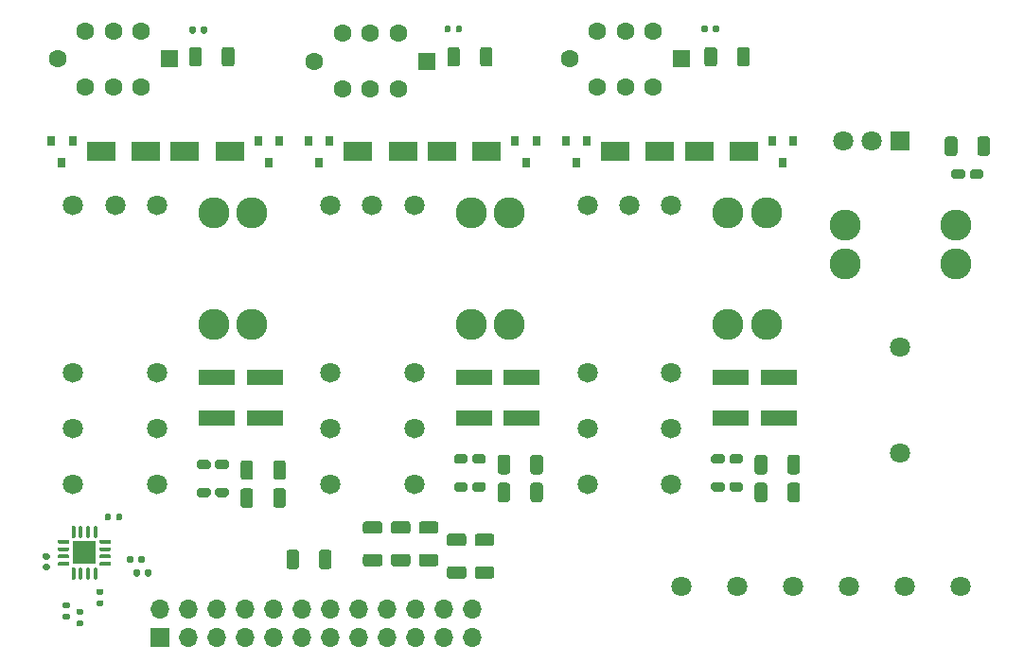
<source format=gbr>
%TF.GenerationSoftware,KiCad,Pcbnew,(5.1.9-0-10_14)*%
%TF.CreationDate,2021-04-23T09:03:30-07:00*%
%TF.ProjectId,thundipiswitch2,7468756e-6469-4706-9973-776974636832,rev?*%
%TF.SameCoordinates,Original*%
%TF.FileFunction,Soldermask,Top*%
%TF.FilePolarity,Negative*%
%FSLAX46Y46*%
G04 Gerber Fmt 4.6, Leading zero omitted, Abs format (unit mm)*
G04 Created by KiCad (PCBNEW (5.1.9-0-10_14)) date 2021-04-23 09:03:30*
%MOMM*%
%LPD*%
G01*
G04 APERTURE LIST*
%ADD10C,1.600000*%
%ADD11R,1.600000X1.600000*%
%ADD12O,1.700000X1.700000*%
%ADD13R,1.700000X1.700000*%
%ADD14R,3.300000X1.400000*%
%ADD15R,2.100000X2.100000*%
%ADD16R,1.800000X1.800000*%
%ADD17C,1.800000*%
%ADD18R,0.800000X0.900000*%
%ADD19C,1.808000*%
%ADD20C,1.803400*%
%ADD21C,2.780000*%
%ADD22R,2.500000X1.800000*%
G04 APERTURE END LIST*
%TO.C,R28*%
G36*
G01*
X143000000Y-107625001D02*
X143000000Y-106374999D01*
G75*
G02*
X143249999Y-106125000I249999J0D01*
G01*
X143875001Y-106125000D01*
G75*
G02*
X144125000Y-106374999I0J-249999D01*
G01*
X144125000Y-107625001D01*
G75*
G02*
X143875001Y-107875000I-249999J0D01*
G01*
X143249999Y-107875000D01*
G75*
G02*
X143000000Y-107625001I0J249999D01*
G01*
G37*
G36*
G01*
X140075000Y-107625001D02*
X140075000Y-106374999D01*
G75*
G02*
X140324999Y-106125000I249999J0D01*
G01*
X140950001Y-106125000D01*
G75*
G02*
X141200000Y-106374999I0J-249999D01*
G01*
X141200000Y-107625001D01*
G75*
G02*
X140950001Y-107875000I-249999J0D01*
G01*
X140324999Y-107875000D01*
G75*
G02*
X140075000Y-107625001I0J249999D01*
G01*
G37*
%TD*%
%TO.C,R27*%
G36*
G01*
X149674999Y-106500000D02*
X150925001Y-106500000D01*
G75*
G02*
X151175000Y-106749999I0J-249999D01*
G01*
X151175000Y-107375001D01*
G75*
G02*
X150925001Y-107625000I-249999J0D01*
G01*
X149674999Y-107625000D01*
G75*
G02*
X149425000Y-107375001I0J249999D01*
G01*
X149425000Y-106749999D01*
G75*
G02*
X149674999Y-106500000I249999J0D01*
G01*
G37*
G36*
G01*
X149674999Y-103575000D02*
X150925001Y-103575000D01*
G75*
G02*
X151175000Y-103824999I0J-249999D01*
G01*
X151175000Y-104450001D01*
G75*
G02*
X150925001Y-104700000I-249999J0D01*
G01*
X149674999Y-104700000D01*
G75*
G02*
X149425000Y-104450001I0J249999D01*
G01*
X149425000Y-103824999D01*
G75*
G02*
X149674999Y-103575000I249999J0D01*
G01*
G37*
%TD*%
%TO.C,R26*%
G36*
G01*
X154674999Y-107600000D02*
X155925001Y-107600000D01*
G75*
G02*
X156175000Y-107849999I0J-249999D01*
G01*
X156175000Y-108475001D01*
G75*
G02*
X155925001Y-108725000I-249999J0D01*
G01*
X154674999Y-108725000D01*
G75*
G02*
X154425000Y-108475001I0J249999D01*
G01*
X154425000Y-107849999D01*
G75*
G02*
X154674999Y-107600000I249999J0D01*
G01*
G37*
G36*
G01*
X154674999Y-104675000D02*
X155925001Y-104675000D01*
G75*
G02*
X156175000Y-104924999I0J-249999D01*
G01*
X156175000Y-105550001D01*
G75*
G02*
X155925001Y-105800000I-249999J0D01*
G01*
X154674999Y-105800000D01*
G75*
G02*
X154425000Y-105550001I0J249999D01*
G01*
X154425000Y-104924999D01*
G75*
G02*
X154674999Y-104675000I249999J0D01*
G01*
G37*
%TD*%
%TO.C,R25*%
G36*
G01*
X158425001Y-105800000D02*
X157174999Y-105800000D01*
G75*
G02*
X156925000Y-105550001I0J249999D01*
G01*
X156925000Y-104924999D01*
G75*
G02*
X157174999Y-104675000I249999J0D01*
G01*
X158425001Y-104675000D01*
G75*
G02*
X158675000Y-104924999I0J-249999D01*
G01*
X158675000Y-105550001D01*
G75*
G02*
X158425001Y-105800000I-249999J0D01*
G01*
G37*
G36*
G01*
X158425001Y-108725000D02*
X157174999Y-108725000D01*
G75*
G02*
X156925000Y-108475001I0J249999D01*
G01*
X156925000Y-107849999D01*
G75*
G02*
X157174999Y-107600000I249999J0D01*
G01*
X158425001Y-107600000D01*
G75*
G02*
X158675000Y-107849999I0J-249999D01*
G01*
X158675000Y-108475001D01*
G75*
G02*
X158425001Y-108725000I-249999J0D01*
G01*
G37*
%TD*%
%TO.C,R24*%
G36*
G01*
X153425001Y-104700000D02*
X152174999Y-104700000D01*
G75*
G02*
X151925000Y-104450001I0J249999D01*
G01*
X151925000Y-103824999D01*
G75*
G02*
X152174999Y-103575000I249999J0D01*
G01*
X153425001Y-103575000D01*
G75*
G02*
X153675000Y-103824999I0J-249999D01*
G01*
X153675000Y-104450001D01*
G75*
G02*
X153425001Y-104700000I-249999J0D01*
G01*
G37*
G36*
G01*
X153425001Y-107625000D02*
X152174999Y-107625000D01*
G75*
G02*
X151925000Y-107375001I0J249999D01*
G01*
X151925000Y-106749999D01*
G75*
G02*
X152174999Y-106500000I249999J0D01*
G01*
X153425001Y-106500000D01*
G75*
G02*
X153675000Y-106749999I0J-249999D01*
G01*
X153675000Y-107375001D01*
G75*
G02*
X153425001Y-107625000I-249999J0D01*
G01*
G37*
%TD*%
%TO.C,R23*%
G36*
G01*
X148425001Y-104700000D02*
X147174999Y-104700000D01*
G75*
G02*
X146925000Y-104450001I0J249999D01*
G01*
X146925000Y-103824999D01*
G75*
G02*
X147174999Y-103575000I249999J0D01*
G01*
X148425001Y-103575000D01*
G75*
G02*
X148675000Y-103824999I0J-249999D01*
G01*
X148675000Y-104450001D01*
G75*
G02*
X148425001Y-104700000I-249999J0D01*
G01*
G37*
G36*
G01*
X148425001Y-107625000D02*
X147174999Y-107625000D01*
G75*
G02*
X146925000Y-107375001I0J249999D01*
G01*
X146925000Y-106749999D01*
G75*
G02*
X147174999Y-106500000I249999J0D01*
G01*
X148425001Y-106500000D01*
G75*
G02*
X148675000Y-106749999I0J-249999D01*
G01*
X148675000Y-107375001D01*
G75*
G02*
X148425001Y-107625000I-249999J0D01*
G01*
G37*
%TD*%
D10*
%TO.C,S2*%
X127100000Y-59700000D03*
X124600000Y-59700000D03*
X122100000Y-59700000D03*
X127100000Y-64700000D03*
X124600000Y-64700000D03*
X122100000Y-64700000D03*
D11*
X129600000Y-62200000D03*
D10*
X119600000Y-62200000D03*
%TD*%
%TO.C,S1*%
X150100000Y-59900000D03*
X147600000Y-59900000D03*
X145100000Y-59900000D03*
X150100000Y-64900000D03*
X147600000Y-64900000D03*
X145100000Y-64900000D03*
D11*
X152600000Y-62400000D03*
D10*
X142600000Y-62400000D03*
%TD*%
%TO.C,S3*%
X172900000Y-59700000D03*
X170400000Y-59700000D03*
X167900000Y-59700000D03*
X172900000Y-64700000D03*
X170400000Y-64700000D03*
X167900000Y-64700000D03*
D11*
X175400000Y-62200000D03*
D10*
X165400000Y-62200000D03*
%TD*%
D12*
%TO.C,J2*%
X156740000Y-111460000D03*
X156740000Y-114000000D03*
X154200000Y-111460000D03*
X154200000Y-114000000D03*
X151660000Y-111460000D03*
X151660000Y-114000000D03*
X149120000Y-111460000D03*
X149120000Y-114000000D03*
X146580000Y-111460000D03*
X146580000Y-114000000D03*
X144040000Y-111460000D03*
X144040000Y-114000000D03*
X141500000Y-111460000D03*
X141500000Y-114000000D03*
X138960000Y-111460000D03*
X138960000Y-114000000D03*
X136420000Y-111460000D03*
X136420000Y-114000000D03*
X133880000Y-111460000D03*
X133880000Y-114000000D03*
X131340000Y-111460000D03*
X131340000Y-114000000D03*
X128800000Y-111460000D03*
D13*
X128800000Y-114000000D03*
%TD*%
D14*
%TO.C,R3*%
X179850000Y-94300000D03*
X179850000Y-90700000D03*
X184150000Y-94300000D03*
X184150000Y-90700000D03*
%TD*%
%TO.C,R2*%
X156850000Y-94300000D03*
X156850000Y-90700000D03*
X161150000Y-94300000D03*
X161150000Y-90700000D03*
%TD*%
%TO.C,R1*%
X133850000Y-94300000D03*
X133850000Y-90700000D03*
X138150000Y-94300000D03*
X138150000Y-90700000D03*
%TD*%
%TO.C,C1*%
G36*
G01*
X118430000Y-107400000D02*
X118770000Y-107400000D01*
G75*
G02*
X118910000Y-107540000I0J-140000D01*
G01*
X118910000Y-107820000D01*
G75*
G02*
X118770000Y-107960000I-140000J0D01*
G01*
X118430000Y-107960000D01*
G75*
G02*
X118290000Y-107820000I0J140000D01*
G01*
X118290000Y-107540000D01*
G75*
G02*
X118430000Y-107400000I140000J0D01*
G01*
G37*
G36*
G01*
X118430000Y-106440000D02*
X118770000Y-106440000D01*
G75*
G02*
X118910000Y-106580000I0J-140000D01*
G01*
X118910000Y-106860000D01*
G75*
G02*
X118770000Y-107000000I-140000J0D01*
G01*
X118430000Y-107000000D01*
G75*
G02*
X118290000Y-106860000I0J140000D01*
G01*
X118290000Y-106580000D01*
G75*
G02*
X118430000Y-106440000I140000J0D01*
G01*
G37*
%TD*%
D15*
%TO.C,U2*%
X122000000Y-106400000D03*
G36*
G01*
X120850000Y-104962500D02*
X120850000Y-104112500D01*
G75*
G02*
X120937500Y-104025000I87500J0D01*
G01*
X121112500Y-104025000D01*
G75*
G02*
X121200000Y-104112500I0J-87500D01*
G01*
X121200000Y-104962500D01*
G75*
G02*
X121112500Y-105050000I-87500J0D01*
G01*
X120937500Y-105050000D01*
G75*
G02*
X120850000Y-104962500I0J87500D01*
G01*
G37*
G36*
G01*
X121500000Y-104962500D02*
X121500000Y-104112500D01*
G75*
G02*
X121587500Y-104025000I87500J0D01*
G01*
X121762500Y-104025000D01*
G75*
G02*
X121850000Y-104112500I0J-87500D01*
G01*
X121850000Y-104962500D01*
G75*
G02*
X121762500Y-105050000I-87500J0D01*
G01*
X121587500Y-105050000D01*
G75*
G02*
X121500000Y-104962500I0J87500D01*
G01*
G37*
G36*
G01*
X122150000Y-104962500D02*
X122150000Y-104112500D01*
G75*
G02*
X122237500Y-104025000I87500J0D01*
G01*
X122412500Y-104025000D01*
G75*
G02*
X122500000Y-104112500I0J-87500D01*
G01*
X122500000Y-104962500D01*
G75*
G02*
X122412500Y-105050000I-87500J0D01*
G01*
X122237500Y-105050000D01*
G75*
G02*
X122150000Y-104962500I0J87500D01*
G01*
G37*
G36*
G01*
X122800000Y-104962500D02*
X122800000Y-104112500D01*
G75*
G02*
X122887500Y-104025000I87500J0D01*
G01*
X123062500Y-104025000D01*
G75*
G02*
X123150000Y-104112500I0J-87500D01*
G01*
X123150000Y-104962500D01*
G75*
G02*
X123062500Y-105050000I-87500J0D01*
G01*
X122887500Y-105050000D01*
G75*
G02*
X122800000Y-104962500I0J87500D01*
G01*
G37*
G36*
G01*
X123350000Y-105512500D02*
X123350000Y-105337500D01*
G75*
G02*
X123437500Y-105250000I87500J0D01*
G01*
X124287500Y-105250000D01*
G75*
G02*
X124375000Y-105337500I0J-87500D01*
G01*
X124375000Y-105512500D01*
G75*
G02*
X124287500Y-105600000I-87500J0D01*
G01*
X123437500Y-105600000D01*
G75*
G02*
X123350000Y-105512500I0J87500D01*
G01*
G37*
G36*
G01*
X123350000Y-106162500D02*
X123350000Y-105987500D01*
G75*
G02*
X123437500Y-105900000I87500J0D01*
G01*
X124287500Y-105900000D01*
G75*
G02*
X124375000Y-105987500I0J-87500D01*
G01*
X124375000Y-106162500D01*
G75*
G02*
X124287500Y-106250000I-87500J0D01*
G01*
X123437500Y-106250000D01*
G75*
G02*
X123350000Y-106162500I0J87500D01*
G01*
G37*
G36*
G01*
X123350000Y-106812500D02*
X123350000Y-106637500D01*
G75*
G02*
X123437500Y-106550000I87500J0D01*
G01*
X124287500Y-106550000D01*
G75*
G02*
X124375000Y-106637500I0J-87500D01*
G01*
X124375000Y-106812500D01*
G75*
G02*
X124287500Y-106900000I-87500J0D01*
G01*
X123437500Y-106900000D01*
G75*
G02*
X123350000Y-106812500I0J87500D01*
G01*
G37*
G36*
G01*
X123350000Y-107462500D02*
X123350000Y-107287500D01*
G75*
G02*
X123437500Y-107200000I87500J0D01*
G01*
X124287500Y-107200000D01*
G75*
G02*
X124375000Y-107287500I0J-87500D01*
G01*
X124375000Y-107462500D01*
G75*
G02*
X124287500Y-107550000I-87500J0D01*
G01*
X123437500Y-107550000D01*
G75*
G02*
X123350000Y-107462500I0J87500D01*
G01*
G37*
G36*
G01*
X122800000Y-108687500D02*
X122800000Y-107837500D01*
G75*
G02*
X122887500Y-107750000I87500J0D01*
G01*
X123062500Y-107750000D01*
G75*
G02*
X123150000Y-107837500I0J-87500D01*
G01*
X123150000Y-108687500D01*
G75*
G02*
X123062500Y-108775000I-87500J0D01*
G01*
X122887500Y-108775000D01*
G75*
G02*
X122800000Y-108687500I0J87500D01*
G01*
G37*
G36*
G01*
X122150000Y-108687500D02*
X122150000Y-107837500D01*
G75*
G02*
X122237500Y-107750000I87500J0D01*
G01*
X122412500Y-107750000D01*
G75*
G02*
X122500000Y-107837500I0J-87500D01*
G01*
X122500000Y-108687500D01*
G75*
G02*
X122412500Y-108775000I-87500J0D01*
G01*
X122237500Y-108775000D01*
G75*
G02*
X122150000Y-108687500I0J87500D01*
G01*
G37*
G36*
G01*
X121500000Y-108687500D02*
X121500000Y-107837500D01*
G75*
G02*
X121587500Y-107750000I87500J0D01*
G01*
X121762500Y-107750000D01*
G75*
G02*
X121850000Y-107837500I0J-87500D01*
G01*
X121850000Y-108687500D01*
G75*
G02*
X121762500Y-108775000I-87500J0D01*
G01*
X121587500Y-108775000D01*
G75*
G02*
X121500000Y-108687500I0J87500D01*
G01*
G37*
G36*
G01*
X120850000Y-108687500D02*
X120850000Y-107837500D01*
G75*
G02*
X120937500Y-107750000I87500J0D01*
G01*
X121112500Y-107750000D01*
G75*
G02*
X121200000Y-107837500I0J-87500D01*
G01*
X121200000Y-108687500D01*
G75*
G02*
X121112500Y-108775000I-87500J0D01*
G01*
X120937500Y-108775000D01*
G75*
G02*
X120850000Y-108687500I0J87500D01*
G01*
G37*
G36*
G01*
X119625000Y-107462500D02*
X119625000Y-107287500D01*
G75*
G02*
X119712500Y-107200000I87500J0D01*
G01*
X120562500Y-107200000D01*
G75*
G02*
X120650000Y-107287500I0J-87500D01*
G01*
X120650000Y-107462500D01*
G75*
G02*
X120562500Y-107550000I-87500J0D01*
G01*
X119712500Y-107550000D01*
G75*
G02*
X119625000Y-107462500I0J87500D01*
G01*
G37*
G36*
G01*
X119625000Y-106812500D02*
X119625000Y-106637500D01*
G75*
G02*
X119712500Y-106550000I87500J0D01*
G01*
X120562500Y-106550000D01*
G75*
G02*
X120650000Y-106637500I0J-87500D01*
G01*
X120650000Y-106812500D01*
G75*
G02*
X120562500Y-106900000I-87500J0D01*
G01*
X119712500Y-106900000D01*
G75*
G02*
X119625000Y-106812500I0J87500D01*
G01*
G37*
G36*
G01*
X119625000Y-106162500D02*
X119625000Y-105987500D01*
G75*
G02*
X119712500Y-105900000I87500J0D01*
G01*
X120562500Y-105900000D01*
G75*
G02*
X120650000Y-105987500I0J-87500D01*
G01*
X120650000Y-106162500D01*
G75*
G02*
X120562500Y-106250000I-87500J0D01*
G01*
X119712500Y-106250000D01*
G75*
G02*
X119625000Y-106162500I0J87500D01*
G01*
G37*
G36*
G01*
X119625000Y-105512500D02*
X119625000Y-105337500D01*
G75*
G02*
X119712500Y-105250000I87500J0D01*
G01*
X120562500Y-105250000D01*
G75*
G02*
X120650000Y-105337500I0J-87500D01*
G01*
X120650000Y-105512500D01*
G75*
G02*
X120562500Y-105600000I-87500J0D01*
G01*
X119712500Y-105600000D01*
G75*
G02*
X119625000Y-105512500I0J87500D01*
G01*
G37*
%TD*%
D16*
%TO.C,U1*%
X195000000Y-69500000D03*
D17*
X192460000Y-69500000D03*
X189920000Y-69500000D03*
%TD*%
%TO.C,R22*%
G36*
G01*
X183100000Y-100374999D02*
X183100000Y-101625001D01*
G75*
G02*
X182850001Y-101875000I-249999J0D01*
G01*
X182224999Y-101875000D01*
G75*
G02*
X181975000Y-101625001I0J249999D01*
G01*
X181975000Y-100374999D01*
G75*
G02*
X182224999Y-100125000I249999J0D01*
G01*
X182850001Y-100125000D01*
G75*
G02*
X183100000Y-100374999I0J-249999D01*
G01*
G37*
G36*
G01*
X186025000Y-100374999D02*
X186025000Y-101625001D01*
G75*
G02*
X185775001Y-101875000I-249999J0D01*
G01*
X185149999Y-101875000D01*
G75*
G02*
X184900000Y-101625001I0J249999D01*
G01*
X184900000Y-100374999D01*
G75*
G02*
X185149999Y-100125000I249999J0D01*
G01*
X185775001Y-100125000D01*
G75*
G02*
X186025000Y-100374999I0J-249999D01*
G01*
G37*
%TD*%
%TO.C,R21*%
G36*
G01*
X183100000Y-97874999D02*
X183100000Y-99125001D01*
G75*
G02*
X182850001Y-99375000I-249999J0D01*
G01*
X182224999Y-99375000D01*
G75*
G02*
X181975000Y-99125001I0J249999D01*
G01*
X181975000Y-97874999D01*
G75*
G02*
X182224999Y-97625000I249999J0D01*
G01*
X182850001Y-97625000D01*
G75*
G02*
X183100000Y-97874999I0J-249999D01*
G01*
G37*
G36*
G01*
X186025000Y-97874999D02*
X186025000Y-99125001D01*
G75*
G02*
X185775001Y-99375000I-249999J0D01*
G01*
X185149999Y-99375000D01*
G75*
G02*
X184900000Y-99125001I0J249999D01*
G01*
X184900000Y-97874999D01*
G75*
G02*
X185149999Y-97625000I249999J0D01*
G01*
X185775001Y-97625000D01*
G75*
G02*
X186025000Y-97874999I0J-249999D01*
G01*
G37*
%TD*%
%TO.C,R20*%
G36*
G01*
X160100000Y-100374999D02*
X160100000Y-101625001D01*
G75*
G02*
X159850001Y-101875000I-249999J0D01*
G01*
X159224999Y-101875000D01*
G75*
G02*
X158975000Y-101625001I0J249999D01*
G01*
X158975000Y-100374999D01*
G75*
G02*
X159224999Y-100125000I249999J0D01*
G01*
X159850001Y-100125000D01*
G75*
G02*
X160100000Y-100374999I0J-249999D01*
G01*
G37*
G36*
G01*
X163025000Y-100374999D02*
X163025000Y-101625001D01*
G75*
G02*
X162775001Y-101875000I-249999J0D01*
G01*
X162149999Y-101875000D01*
G75*
G02*
X161900000Y-101625001I0J249999D01*
G01*
X161900000Y-100374999D01*
G75*
G02*
X162149999Y-100125000I249999J0D01*
G01*
X162775001Y-100125000D01*
G75*
G02*
X163025000Y-100374999I0J-249999D01*
G01*
G37*
%TD*%
%TO.C,R19*%
G36*
G01*
X160100000Y-97874999D02*
X160100000Y-99125001D01*
G75*
G02*
X159850001Y-99375000I-249999J0D01*
G01*
X159224999Y-99375000D01*
G75*
G02*
X158975000Y-99125001I0J249999D01*
G01*
X158975000Y-97874999D01*
G75*
G02*
X159224999Y-97625000I249999J0D01*
G01*
X159850001Y-97625000D01*
G75*
G02*
X160100000Y-97874999I0J-249999D01*
G01*
G37*
G36*
G01*
X163025000Y-97874999D02*
X163025000Y-99125001D01*
G75*
G02*
X162775001Y-99375000I-249999J0D01*
G01*
X162149999Y-99375000D01*
G75*
G02*
X161900000Y-99125001I0J249999D01*
G01*
X161900000Y-97874999D01*
G75*
G02*
X162149999Y-97625000I249999J0D01*
G01*
X162775001Y-97625000D01*
G75*
G02*
X163025000Y-97874999I0J-249999D01*
G01*
G37*
%TD*%
%TO.C,R18*%
G36*
G01*
X137100000Y-100874999D02*
X137100000Y-102125001D01*
G75*
G02*
X136850001Y-102375000I-249999J0D01*
G01*
X136224999Y-102375000D01*
G75*
G02*
X135975000Y-102125001I0J249999D01*
G01*
X135975000Y-100874999D01*
G75*
G02*
X136224999Y-100625000I249999J0D01*
G01*
X136850001Y-100625000D01*
G75*
G02*
X137100000Y-100874999I0J-249999D01*
G01*
G37*
G36*
G01*
X140025000Y-100874999D02*
X140025000Y-102125001D01*
G75*
G02*
X139775001Y-102375000I-249999J0D01*
G01*
X139149999Y-102375000D01*
G75*
G02*
X138900000Y-102125001I0J249999D01*
G01*
X138900000Y-100874999D01*
G75*
G02*
X139149999Y-100625000I249999J0D01*
G01*
X139775001Y-100625000D01*
G75*
G02*
X140025000Y-100874999I0J-249999D01*
G01*
G37*
%TD*%
%TO.C,R17*%
G36*
G01*
X137100000Y-98374999D02*
X137100000Y-99625001D01*
G75*
G02*
X136850001Y-99875000I-249999J0D01*
G01*
X136224999Y-99875000D01*
G75*
G02*
X135975000Y-99625001I0J249999D01*
G01*
X135975000Y-98374999D01*
G75*
G02*
X136224999Y-98125000I249999J0D01*
G01*
X136850001Y-98125000D01*
G75*
G02*
X137100000Y-98374999I0J-249999D01*
G01*
G37*
G36*
G01*
X140025000Y-98374999D02*
X140025000Y-99625001D01*
G75*
G02*
X139775001Y-99875000I-249999J0D01*
G01*
X139149999Y-99875000D01*
G75*
G02*
X138900000Y-99625001I0J249999D01*
G01*
X138900000Y-98374999D01*
G75*
G02*
X139149999Y-98125000I249999J0D01*
G01*
X139775001Y-98125000D01*
G75*
G02*
X140025000Y-98374999I0J-249999D01*
G01*
G37*
%TD*%
%TO.C,R16*%
G36*
G01*
X201900000Y-70625001D02*
X201900000Y-69374999D01*
G75*
G02*
X202149999Y-69125000I249999J0D01*
G01*
X202775001Y-69125000D01*
G75*
G02*
X203025000Y-69374999I0J-249999D01*
G01*
X203025000Y-70625001D01*
G75*
G02*
X202775001Y-70875000I-249999J0D01*
G01*
X202149999Y-70875000D01*
G75*
G02*
X201900000Y-70625001I0J249999D01*
G01*
G37*
G36*
G01*
X198975000Y-70625001D02*
X198975000Y-69374999D01*
G75*
G02*
X199224999Y-69125000I249999J0D01*
G01*
X199850001Y-69125000D01*
G75*
G02*
X200100000Y-69374999I0J-249999D01*
G01*
X200100000Y-70625001D01*
G75*
G02*
X199850001Y-70875000I-249999J0D01*
G01*
X199224999Y-70875000D01*
G75*
G02*
X198975000Y-70625001I0J249999D01*
G01*
G37*
%TD*%
%TO.C,R15*%
G36*
G01*
X154760000Y-59315000D02*
X154760000Y-59685000D01*
G75*
G02*
X154625000Y-59820000I-135000J0D01*
G01*
X154355000Y-59820000D01*
G75*
G02*
X154220000Y-59685000I0J135000D01*
G01*
X154220000Y-59315000D01*
G75*
G02*
X154355000Y-59180000I135000J0D01*
G01*
X154625000Y-59180000D01*
G75*
G02*
X154760000Y-59315000I0J-135000D01*
G01*
G37*
G36*
G01*
X155780000Y-59315000D02*
X155780000Y-59685000D01*
G75*
G02*
X155645000Y-59820000I-135000J0D01*
G01*
X155375000Y-59820000D01*
G75*
G02*
X155240000Y-59685000I0J135000D01*
G01*
X155240000Y-59315000D01*
G75*
G02*
X155375000Y-59180000I135000J0D01*
G01*
X155645000Y-59180000D01*
G75*
G02*
X155780000Y-59315000I0J-135000D01*
G01*
G37*
%TD*%
%TO.C,R14*%
G36*
G01*
X177760000Y-59315000D02*
X177760000Y-59685000D01*
G75*
G02*
X177625000Y-59820000I-135000J0D01*
G01*
X177355000Y-59820000D01*
G75*
G02*
X177220000Y-59685000I0J135000D01*
G01*
X177220000Y-59315000D01*
G75*
G02*
X177355000Y-59180000I135000J0D01*
G01*
X177625000Y-59180000D01*
G75*
G02*
X177760000Y-59315000I0J-135000D01*
G01*
G37*
G36*
G01*
X178780000Y-59315000D02*
X178780000Y-59685000D01*
G75*
G02*
X178645000Y-59820000I-135000J0D01*
G01*
X178375000Y-59820000D01*
G75*
G02*
X178240000Y-59685000I0J135000D01*
G01*
X178240000Y-59315000D01*
G75*
G02*
X178375000Y-59180000I135000J0D01*
G01*
X178645000Y-59180000D01*
G75*
G02*
X178780000Y-59315000I0J-135000D01*
G01*
G37*
%TD*%
%TO.C,R13*%
G36*
G01*
X131960000Y-59415000D02*
X131960000Y-59785000D01*
G75*
G02*
X131825000Y-59920000I-135000J0D01*
G01*
X131555000Y-59920000D01*
G75*
G02*
X131420000Y-59785000I0J135000D01*
G01*
X131420000Y-59415000D01*
G75*
G02*
X131555000Y-59280000I135000J0D01*
G01*
X131825000Y-59280000D01*
G75*
G02*
X131960000Y-59415000I0J-135000D01*
G01*
G37*
G36*
G01*
X132980000Y-59415000D02*
X132980000Y-59785000D01*
G75*
G02*
X132845000Y-59920000I-135000J0D01*
G01*
X132575000Y-59920000D01*
G75*
G02*
X132440000Y-59785000I0J135000D01*
G01*
X132440000Y-59415000D01*
G75*
G02*
X132575000Y-59280000I135000J0D01*
G01*
X132845000Y-59280000D01*
G75*
G02*
X132980000Y-59415000I0J-135000D01*
G01*
G37*
%TD*%
%TO.C,R12*%
G36*
G01*
X178600000Y-61374999D02*
X178600000Y-62625001D01*
G75*
G02*
X178350001Y-62875000I-249999J0D01*
G01*
X177724999Y-62875000D01*
G75*
G02*
X177475000Y-62625001I0J249999D01*
G01*
X177475000Y-61374999D01*
G75*
G02*
X177724999Y-61125000I249999J0D01*
G01*
X178350001Y-61125000D01*
G75*
G02*
X178600000Y-61374999I0J-249999D01*
G01*
G37*
G36*
G01*
X181525000Y-61374999D02*
X181525000Y-62625001D01*
G75*
G02*
X181275001Y-62875000I-249999J0D01*
G01*
X180649999Y-62875000D01*
G75*
G02*
X180400000Y-62625001I0J249999D01*
G01*
X180400000Y-61374999D01*
G75*
G02*
X180649999Y-61125000I249999J0D01*
G01*
X181275001Y-61125000D01*
G75*
G02*
X181525000Y-61374999I0J-249999D01*
G01*
G37*
%TD*%
%TO.C,R11*%
G36*
G01*
X126840000Y-107185000D02*
X126840000Y-106815000D01*
G75*
G02*
X126975000Y-106680000I135000J0D01*
G01*
X127245000Y-106680000D01*
G75*
G02*
X127380000Y-106815000I0J-135000D01*
G01*
X127380000Y-107185000D01*
G75*
G02*
X127245000Y-107320000I-135000J0D01*
G01*
X126975000Y-107320000D01*
G75*
G02*
X126840000Y-107185000I0J135000D01*
G01*
G37*
G36*
G01*
X125820000Y-107185000D02*
X125820000Y-106815000D01*
G75*
G02*
X125955000Y-106680000I135000J0D01*
G01*
X126225000Y-106680000D01*
G75*
G02*
X126360000Y-106815000I0J-135000D01*
G01*
X126360000Y-107185000D01*
G75*
G02*
X126225000Y-107320000I-135000J0D01*
G01*
X125955000Y-107320000D01*
G75*
G02*
X125820000Y-107185000I0J135000D01*
G01*
G37*
%TD*%
%TO.C,R10*%
G36*
G01*
X127440000Y-108385000D02*
X127440000Y-108015000D01*
G75*
G02*
X127575000Y-107880000I135000J0D01*
G01*
X127845000Y-107880000D01*
G75*
G02*
X127980000Y-108015000I0J-135000D01*
G01*
X127980000Y-108385000D01*
G75*
G02*
X127845000Y-108520000I-135000J0D01*
G01*
X127575000Y-108520000D01*
G75*
G02*
X127440000Y-108385000I0J135000D01*
G01*
G37*
G36*
G01*
X126420000Y-108385000D02*
X126420000Y-108015000D01*
G75*
G02*
X126555000Y-107880000I135000J0D01*
G01*
X126825000Y-107880000D01*
G75*
G02*
X126960000Y-108015000I0J-135000D01*
G01*
X126960000Y-108385000D01*
G75*
G02*
X126825000Y-108520000I-135000J0D01*
G01*
X126555000Y-108520000D01*
G75*
G02*
X126420000Y-108385000I0J135000D01*
G01*
G37*
%TD*%
%TO.C,R9*%
G36*
G01*
X123215000Y-110640000D02*
X123585000Y-110640000D01*
G75*
G02*
X123720000Y-110775000I0J-135000D01*
G01*
X123720000Y-111045000D01*
G75*
G02*
X123585000Y-111180000I-135000J0D01*
G01*
X123215000Y-111180000D01*
G75*
G02*
X123080000Y-111045000I0J135000D01*
G01*
X123080000Y-110775000D01*
G75*
G02*
X123215000Y-110640000I135000J0D01*
G01*
G37*
G36*
G01*
X123215000Y-109620000D02*
X123585000Y-109620000D01*
G75*
G02*
X123720000Y-109755000I0J-135000D01*
G01*
X123720000Y-110025000D01*
G75*
G02*
X123585000Y-110160000I-135000J0D01*
G01*
X123215000Y-110160000D01*
G75*
G02*
X123080000Y-110025000I0J135000D01*
G01*
X123080000Y-109755000D01*
G75*
G02*
X123215000Y-109620000I135000J0D01*
G01*
G37*
%TD*%
%TO.C,R8*%
G36*
G01*
X132500000Y-61374999D02*
X132500000Y-62625001D01*
G75*
G02*
X132250001Y-62875000I-249999J0D01*
G01*
X131624999Y-62875000D01*
G75*
G02*
X131375000Y-62625001I0J249999D01*
G01*
X131375000Y-61374999D01*
G75*
G02*
X131624999Y-61125000I249999J0D01*
G01*
X132250001Y-61125000D01*
G75*
G02*
X132500000Y-61374999I0J-249999D01*
G01*
G37*
G36*
G01*
X135425000Y-61374999D02*
X135425000Y-62625001D01*
G75*
G02*
X135175001Y-62875000I-249999J0D01*
G01*
X134549999Y-62875000D01*
G75*
G02*
X134300000Y-62625001I0J249999D01*
G01*
X134300000Y-61374999D01*
G75*
G02*
X134549999Y-61125000I249999J0D01*
G01*
X135175001Y-61125000D01*
G75*
G02*
X135425000Y-61374999I0J-249999D01*
G01*
G37*
%TD*%
%TO.C,R7*%
G36*
G01*
X124840000Y-103385000D02*
X124840000Y-103015000D01*
G75*
G02*
X124975000Y-102880000I135000J0D01*
G01*
X125245000Y-102880000D01*
G75*
G02*
X125380000Y-103015000I0J-135000D01*
G01*
X125380000Y-103385000D01*
G75*
G02*
X125245000Y-103520000I-135000J0D01*
G01*
X124975000Y-103520000D01*
G75*
G02*
X124840000Y-103385000I0J135000D01*
G01*
G37*
G36*
G01*
X123820000Y-103385000D02*
X123820000Y-103015000D01*
G75*
G02*
X123955000Y-102880000I135000J0D01*
G01*
X124225000Y-102880000D01*
G75*
G02*
X124360000Y-103015000I0J-135000D01*
G01*
X124360000Y-103385000D01*
G75*
G02*
X124225000Y-103520000I-135000J0D01*
G01*
X123955000Y-103520000D01*
G75*
G02*
X123820000Y-103385000I0J135000D01*
G01*
G37*
%TD*%
%TO.C,R6*%
G36*
G01*
X155600000Y-61374999D02*
X155600000Y-62625001D01*
G75*
G02*
X155350001Y-62875000I-249999J0D01*
G01*
X154724999Y-62875000D01*
G75*
G02*
X154475000Y-62625001I0J249999D01*
G01*
X154475000Y-61374999D01*
G75*
G02*
X154724999Y-61125000I249999J0D01*
G01*
X155350001Y-61125000D01*
G75*
G02*
X155600000Y-61374999I0J-249999D01*
G01*
G37*
G36*
G01*
X158525000Y-61374999D02*
X158525000Y-62625001D01*
G75*
G02*
X158275001Y-62875000I-249999J0D01*
G01*
X157649999Y-62875000D01*
G75*
G02*
X157400000Y-62625001I0J249999D01*
G01*
X157400000Y-61374999D01*
G75*
G02*
X157649999Y-61125000I249999J0D01*
G01*
X158275001Y-61125000D01*
G75*
G02*
X158525000Y-61374999I0J-249999D01*
G01*
G37*
%TD*%
%TO.C,R5*%
G36*
G01*
X121415000Y-112440000D02*
X121785000Y-112440000D01*
G75*
G02*
X121920000Y-112575000I0J-135000D01*
G01*
X121920000Y-112845000D01*
G75*
G02*
X121785000Y-112980000I-135000J0D01*
G01*
X121415000Y-112980000D01*
G75*
G02*
X121280000Y-112845000I0J135000D01*
G01*
X121280000Y-112575000D01*
G75*
G02*
X121415000Y-112440000I135000J0D01*
G01*
G37*
G36*
G01*
X121415000Y-111420000D02*
X121785000Y-111420000D01*
G75*
G02*
X121920000Y-111555000I0J-135000D01*
G01*
X121920000Y-111825000D01*
G75*
G02*
X121785000Y-111960000I-135000J0D01*
G01*
X121415000Y-111960000D01*
G75*
G02*
X121280000Y-111825000I0J135000D01*
G01*
X121280000Y-111555000D01*
G75*
G02*
X121415000Y-111420000I135000J0D01*
G01*
G37*
%TD*%
%TO.C,R4*%
G36*
G01*
X120215000Y-111840000D02*
X120585000Y-111840000D01*
G75*
G02*
X120720000Y-111975000I0J-135000D01*
G01*
X120720000Y-112245000D01*
G75*
G02*
X120585000Y-112380000I-135000J0D01*
G01*
X120215000Y-112380000D01*
G75*
G02*
X120080000Y-112245000I0J135000D01*
G01*
X120080000Y-111975000D01*
G75*
G02*
X120215000Y-111840000I135000J0D01*
G01*
G37*
G36*
G01*
X120215000Y-110820000D02*
X120585000Y-110820000D01*
G75*
G02*
X120720000Y-110955000I0J-135000D01*
G01*
X120720000Y-111225000D01*
G75*
G02*
X120585000Y-111360000I-135000J0D01*
G01*
X120215000Y-111360000D01*
G75*
G02*
X120080000Y-111225000I0J135000D01*
G01*
X120080000Y-110955000D01*
G75*
G02*
X120215000Y-110820000I135000J0D01*
G01*
G37*
%TD*%
D18*
%TO.C,Q6*%
X184500000Y-71500000D03*
X183550000Y-69500000D03*
X185450000Y-69500000D03*
%TD*%
%TO.C,Q5*%
X166000000Y-71500000D03*
X165050000Y-69500000D03*
X166950000Y-69500000D03*
%TD*%
%TO.C,Q4*%
X161500000Y-71500000D03*
X160550000Y-69500000D03*
X162450000Y-69500000D03*
%TD*%
%TO.C,Q3*%
X143000000Y-71500000D03*
X142050000Y-69500000D03*
X143950000Y-69500000D03*
%TD*%
%TO.C,Q2*%
X138500000Y-71500000D03*
X137550000Y-69500000D03*
X139450000Y-69500000D03*
%TD*%
%TO.C,Q1*%
X120000000Y-71500000D03*
X119050000Y-69500000D03*
X120950000Y-69500000D03*
%TD*%
D19*
%TO.C,K3*%
X167000000Y-75300008D03*
X167000000Y-90300008D03*
X167000000Y-95300008D03*
X167000000Y-100300008D03*
X174500000Y-100300008D03*
X174500000Y-95300008D03*
X174500000Y-90300008D03*
X174500000Y-75300008D03*
X170750000Y-75300008D03*
%TD*%
%TO.C,K2*%
X144000000Y-75300008D03*
X144000000Y-90300008D03*
X144000000Y-95300008D03*
X144000000Y-100300008D03*
X151500000Y-100300008D03*
X151500000Y-95300008D03*
X151500000Y-90300008D03*
X151500000Y-75300008D03*
X147750000Y-75300008D03*
%TD*%
%TO.C,K1*%
X121000000Y-75300008D03*
X121000000Y-90300008D03*
X121000000Y-95300008D03*
X121000000Y-100300008D03*
X128500000Y-100300008D03*
X128500000Y-95300008D03*
X128500000Y-90300008D03*
X128500000Y-75300008D03*
X124750000Y-75300008D03*
%TD*%
D20*
%TO.C,J4*%
X175400000Y-109400000D03*
X180400000Y-109400000D03*
X185400000Y-109400000D03*
X190400001Y-109400000D03*
X195400001Y-109400000D03*
X200400001Y-109400000D03*
%TD*%
%TO.C,J1*%
X195000000Y-87979999D03*
X195000000Y-97500000D03*
%TD*%
D21*
%TO.C,F3*%
X179600000Y-85920000D03*
X183000000Y-85920000D03*
X179600000Y-76000000D03*
X183000000Y-76000000D03*
%TD*%
%TO.C,F2*%
X156600000Y-85920000D03*
X160000000Y-85920000D03*
X156600000Y-76000000D03*
X160000000Y-76000000D03*
%TD*%
%TO.C,F4*%
X190080000Y-77100000D03*
X190080000Y-80500000D03*
X200000000Y-77100000D03*
X200000000Y-80500000D03*
%TD*%
%TO.C,F1*%
X133600000Y-85920000D03*
X137000000Y-85920000D03*
X133600000Y-76000000D03*
X137000000Y-76000000D03*
%TD*%
%TO.C,D13*%
G36*
G01*
X179300000Y-100287500D02*
X179300000Y-100712500D01*
G75*
G02*
X179087500Y-100925000I-212500J0D01*
G01*
X178287500Y-100925000D01*
G75*
G02*
X178075000Y-100712500I0J212500D01*
G01*
X178075000Y-100287500D01*
G75*
G02*
X178287500Y-100075000I212500J0D01*
G01*
X179087500Y-100075000D01*
G75*
G02*
X179300000Y-100287500I0J-212500D01*
G01*
G37*
G36*
G01*
X180925000Y-100287500D02*
X180925000Y-100712500D01*
G75*
G02*
X180712500Y-100925000I-212500J0D01*
G01*
X179912500Y-100925000D01*
G75*
G02*
X179700000Y-100712500I0J212500D01*
G01*
X179700000Y-100287500D01*
G75*
G02*
X179912500Y-100075000I212500J0D01*
G01*
X180712500Y-100075000D01*
G75*
G02*
X180925000Y-100287500I0J-212500D01*
G01*
G37*
%TD*%
%TO.C,D12*%
G36*
G01*
X179300000Y-97787500D02*
X179300000Y-98212500D01*
G75*
G02*
X179087500Y-98425000I-212500J0D01*
G01*
X178287500Y-98425000D01*
G75*
G02*
X178075000Y-98212500I0J212500D01*
G01*
X178075000Y-97787500D01*
G75*
G02*
X178287500Y-97575000I212500J0D01*
G01*
X179087500Y-97575000D01*
G75*
G02*
X179300000Y-97787500I0J-212500D01*
G01*
G37*
G36*
G01*
X180925000Y-97787500D02*
X180925000Y-98212500D01*
G75*
G02*
X180712500Y-98425000I-212500J0D01*
G01*
X179912500Y-98425000D01*
G75*
G02*
X179700000Y-98212500I0J212500D01*
G01*
X179700000Y-97787500D01*
G75*
G02*
X179912500Y-97575000I212500J0D01*
G01*
X180712500Y-97575000D01*
G75*
G02*
X180925000Y-97787500I0J-212500D01*
G01*
G37*
%TD*%
%TO.C,D11*%
G36*
G01*
X156300000Y-100287500D02*
X156300000Y-100712500D01*
G75*
G02*
X156087500Y-100925000I-212500J0D01*
G01*
X155287500Y-100925000D01*
G75*
G02*
X155075000Y-100712500I0J212500D01*
G01*
X155075000Y-100287500D01*
G75*
G02*
X155287500Y-100075000I212500J0D01*
G01*
X156087500Y-100075000D01*
G75*
G02*
X156300000Y-100287500I0J-212500D01*
G01*
G37*
G36*
G01*
X157925000Y-100287500D02*
X157925000Y-100712500D01*
G75*
G02*
X157712500Y-100925000I-212500J0D01*
G01*
X156912500Y-100925000D01*
G75*
G02*
X156700000Y-100712500I0J212500D01*
G01*
X156700000Y-100287500D01*
G75*
G02*
X156912500Y-100075000I212500J0D01*
G01*
X157712500Y-100075000D01*
G75*
G02*
X157925000Y-100287500I0J-212500D01*
G01*
G37*
%TD*%
%TO.C,D10*%
G36*
G01*
X156300000Y-97787500D02*
X156300000Y-98212500D01*
G75*
G02*
X156087500Y-98425000I-212500J0D01*
G01*
X155287500Y-98425000D01*
G75*
G02*
X155075000Y-98212500I0J212500D01*
G01*
X155075000Y-97787500D01*
G75*
G02*
X155287500Y-97575000I212500J0D01*
G01*
X156087500Y-97575000D01*
G75*
G02*
X156300000Y-97787500I0J-212500D01*
G01*
G37*
G36*
G01*
X157925000Y-97787500D02*
X157925000Y-98212500D01*
G75*
G02*
X157712500Y-98425000I-212500J0D01*
G01*
X156912500Y-98425000D01*
G75*
G02*
X156700000Y-98212500I0J212500D01*
G01*
X156700000Y-97787500D01*
G75*
G02*
X156912500Y-97575000I212500J0D01*
G01*
X157712500Y-97575000D01*
G75*
G02*
X157925000Y-97787500I0J-212500D01*
G01*
G37*
%TD*%
%TO.C,D9*%
G36*
G01*
X133300000Y-100787500D02*
X133300000Y-101212500D01*
G75*
G02*
X133087500Y-101425000I-212500J0D01*
G01*
X132287500Y-101425000D01*
G75*
G02*
X132075000Y-101212500I0J212500D01*
G01*
X132075000Y-100787500D01*
G75*
G02*
X132287500Y-100575000I212500J0D01*
G01*
X133087500Y-100575000D01*
G75*
G02*
X133300000Y-100787500I0J-212500D01*
G01*
G37*
G36*
G01*
X134925000Y-100787500D02*
X134925000Y-101212500D01*
G75*
G02*
X134712500Y-101425000I-212500J0D01*
G01*
X133912500Y-101425000D01*
G75*
G02*
X133700000Y-101212500I0J212500D01*
G01*
X133700000Y-100787500D01*
G75*
G02*
X133912500Y-100575000I212500J0D01*
G01*
X134712500Y-100575000D01*
G75*
G02*
X134925000Y-100787500I0J-212500D01*
G01*
G37*
%TD*%
%TO.C,D8*%
G36*
G01*
X133300000Y-98287500D02*
X133300000Y-98712500D01*
G75*
G02*
X133087500Y-98925000I-212500J0D01*
G01*
X132287500Y-98925000D01*
G75*
G02*
X132075000Y-98712500I0J212500D01*
G01*
X132075000Y-98287500D01*
G75*
G02*
X132287500Y-98075000I212500J0D01*
G01*
X133087500Y-98075000D01*
G75*
G02*
X133300000Y-98287500I0J-212500D01*
G01*
G37*
G36*
G01*
X134925000Y-98287500D02*
X134925000Y-98712500D01*
G75*
G02*
X134712500Y-98925000I-212500J0D01*
G01*
X133912500Y-98925000D01*
G75*
G02*
X133700000Y-98712500I0J212500D01*
G01*
X133700000Y-98287500D01*
G75*
G02*
X133912500Y-98075000I212500J0D01*
G01*
X134712500Y-98075000D01*
G75*
G02*
X134925000Y-98287500I0J-212500D01*
G01*
G37*
%TD*%
%TO.C,D7*%
G36*
G01*
X200800000Y-72287500D02*
X200800000Y-72712500D01*
G75*
G02*
X200587500Y-72925000I-212500J0D01*
G01*
X199787500Y-72925000D01*
G75*
G02*
X199575000Y-72712500I0J212500D01*
G01*
X199575000Y-72287500D01*
G75*
G02*
X199787500Y-72075000I212500J0D01*
G01*
X200587500Y-72075000D01*
G75*
G02*
X200800000Y-72287500I0J-212500D01*
G01*
G37*
G36*
G01*
X202425000Y-72287500D02*
X202425000Y-72712500D01*
G75*
G02*
X202212500Y-72925000I-212500J0D01*
G01*
X201412500Y-72925000D01*
G75*
G02*
X201200000Y-72712500I0J212500D01*
G01*
X201200000Y-72287500D01*
G75*
G02*
X201412500Y-72075000I212500J0D01*
G01*
X202212500Y-72075000D01*
G75*
G02*
X202425000Y-72287500I0J-212500D01*
G01*
G37*
%TD*%
D22*
%TO.C,D6*%
X181000000Y-70500000D03*
X177000000Y-70500000D03*
%TD*%
%TO.C,D5*%
X169500000Y-70500000D03*
X173500000Y-70500000D03*
%TD*%
%TO.C,D4*%
X158000000Y-70500000D03*
X154000000Y-70500000D03*
%TD*%
%TO.C,D3*%
X146500000Y-70500000D03*
X150500000Y-70500000D03*
%TD*%
%TO.C,D2*%
X135000000Y-70500000D03*
X131000000Y-70500000D03*
%TD*%
%TO.C,D1*%
X123500000Y-70500000D03*
X127500000Y-70500000D03*
%TD*%
M02*

</source>
